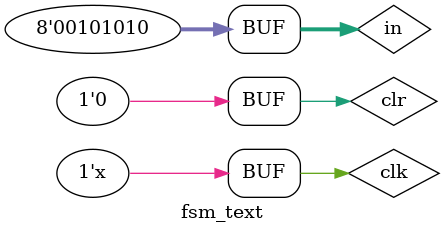
<source format=v>
`timescale 1ns / 1ps


module fsm_text;

	// Inputs
	reg clk;
	reg clr;
	reg [7:0] in;

	// Outputs
	wire out;

	// Instantiate the Unit Under Test (UUT)
	fsm uut (
		.clk(clk), 
		.clr(clr), 
		.in(in), 
		.out(out)
	);

	initial begin
		// Initialize Inputs
		clk = 0;
		clr = 0;
		in = "1";

		// Wait 100 ns for global reset to finish
		#20;
        
		// Add stimulus here
		in = "+";
		#20;
		in = "9";
		#20;
		in = "+";
		#20;
		in = "8";
		#20;
		clr = 1 ;
		in = 0;
		#20;
		clr = 0;
		in = "1";
		#20;
		in = "*"; 
		
		

	end
	always #10 clk = ~clk;
      
endmodule


</source>
